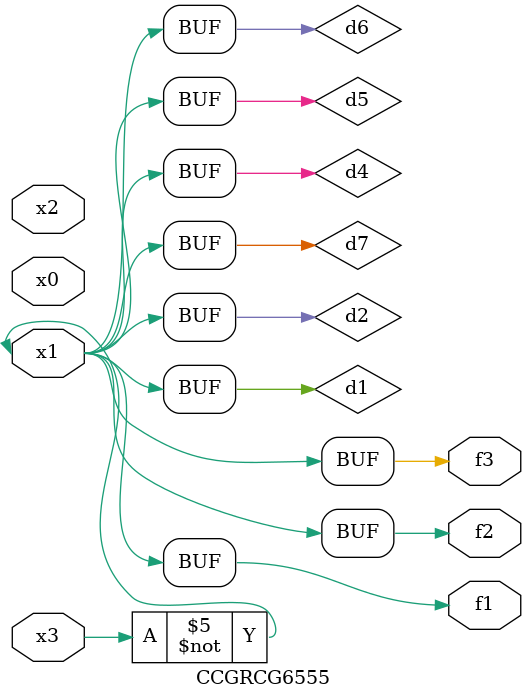
<source format=v>
module CCGRCG6555(
	input x0, x1, x2, x3,
	output f1, f2, f3
);

	wire d1, d2, d3, d4, d5, d6, d7;

	not (d1, x3);
	buf (d2, x1);
	xnor (d3, d1, d2);
	nor (d4, d1);
	buf (d5, d1, d2);
	buf (d6, d4, d5);
	nand (d7, d4);
	assign f1 = d6;
	assign f2 = d7;
	assign f3 = d6;
endmodule

</source>
